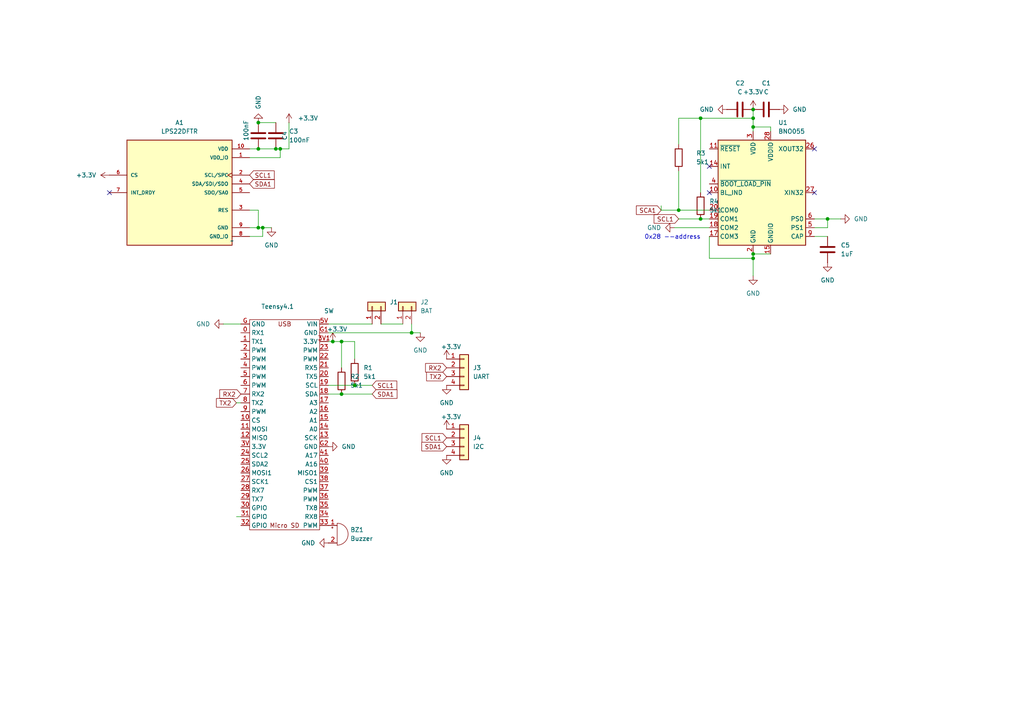
<source format=kicad_sch>
(kicad_sch (version 20250114) (generator "eeschema") (generator_version "9.0")
  (paper "A4")
  (lib_symbols
    (symbol "Connector_Generic:Conn_01x02" (pin_names (offset 1.016) (hide yes))
      (property "Reference" "J" (at 0 2.54 0))
      (property "Value" "Conn_01x02" (at 0 -5.08 0))
      (symbol "Conn_01x02_1_1"
        (rectangle (start -1.27 1.27) (end 1.27 -3.81) (stroke (width 0.254)) (fill (type background)))
        (rectangle (start -1.27 0.127) (end 0 -0.127) (stroke (width 0.1524)))
        (rectangle (start -1.27 -2.413) (end 0 -2.667) (stroke (width 0.1524)))
        (pin passive line (at -5.08 0 0) (length 3.81) (name "Pin_1") (number "1"))
        (pin passive line (at -5.08 -2.54 0) (length 3.81) (name "Pin_2") (number "2"))
      )
    )
    (symbol "Connector_Generic:Conn_01x04" (pin_names (offset 1.016) (hide yes))
      (property "Reference" "J" (at 0 5.08 0))
      (property "Value" "Conn_01x04" (at 0 -7.62 0))
      (symbol "Conn_01x04_1_1"
        (rectangle (start -1.27 3.81) (end 1.27 -6.35) (stroke (width 0.254)) (fill (type background)))
        (rectangle (start -1.27 2.667) (end 0 2.413) (stroke (width 0.1524)))
        (rectangle (start -1.27 0.127) (end 0 -0.127) (stroke (width 0.1524)))
        (rectangle (start -1.27 -2.413) (end 0 -2.667) (stroke (width 0.1524)))
        (rectangle (start -1.27 -4.953) (end 0 -5.207) (stroke (width 0.1524)))
        (pin passive line (at -5.08 2.54 0) (length 3.81) (name "Pin_1") (number "1"))
        (pin passive line (at -5.08 0 0) (length 3.81) (name "Pin_2") (number "2"))
        (pin passive line (at -5.08 -2.54 0) (length 3.81) (name "Pin_3") (number "3"))
        (pin passive line (at -5.08 -5.08 0) (length 3.81) (name "Pin_4") (number "4"))
      )
    )
    (symbol "Device:Buzzer" (pin_names (offset 0.0254) (hide yes))
      (property "Reference" "BZ" (at 3.81 1.27 0))
      (property "Value" "Buzzer" (at 3.81 -1.27 0))
      (symbol "Buzzer_0_1"
        (polyline (pts (xy -1.651 1.905) (xy -1.143 1.905)))
        (polyline (pts (xy -1.397 2.159) (xy -1.397 1.651)))
        (arc (start 0 3.175) (mid 3.1612 0) (end 0 -3.175))
        (polyline (pts (xy 0 3.175) (xy 0 -3.175)))
      )
      (symbol "Buzzer_1_1"
        (pin passive line (at -2.54 2.54 0) (length 2.54) (name "+") (number "1"))
        (pin passive line (at -2.54 -2.54 0) (length 2.54) (name "-") (number "2"))
      )
    )
    (symbol "Device:C" (pin_numbers (hide yes)) (pin_names (offset 0.254))
      (property "Reference" "C" (at 0.635 2.54 0))
      (property "Value" "C" (at 0.635 -2.54 0))
      (symbol "C_0_1"
        (polyline (pts (xy -2.032 0.762) (xy 2.032 0.762)) (stroke (width 0.508)))
        (polyline (pts (xy -2.032 -0.762) (xy 2.032 -0.762)) (stroke (width 0.508)))
      )
      (symbol "C_1_1"
        (pin passive line (at 0 3.81 270) (length 2.794) (name "~") (number "1"))
        (pin passive line (at 0 -3.81 90) (length 2.794) (name "~") (number "2"))
      )
    )
    (symbol "Device:R" (pin_numbers (hide yes)) (pin_names (offset 0))
      (property "Reference" "R" (at 2.032 0 90))
      (property "Value" "R" (at 0 0 90))
      (symbol "R_0_1"
        (rectangle (start -1.016 -2.54) (end 1.016 2.54) (stroke (width 0.254)))
      )
      (symbol "R_1_1"
        (pin passive line (at 0 3.81 270) (length 1.27) (name "~") (number "1"))
        (pin passive line (at 0 -3.81 90) (length 1.27) (name "~") (number "2"))
      )
    )
    (symbol "LPS22DFTR:LPS22DFTR" (pin_names (offset 1.016))
      (property "Reference" "A" (at -15.24 15.875 0))
      (property "Value" "LPS22DFTR" (at -15.24 -17.78 0))
      (symbol "LPS22DFTR_0_0"
        (rectangle (start -15.24 -15.24) (end 15.24 15.24) (stroke (width 0.254)) (fill (type background)))
        (pin input line (at -20.32 5.08 0) (length 5.08) (name "CS") (number "6"))
        (pin passive line (at -20.32 0 0) (length 5.08) (name "INT_DRDY") (number "7"))
        (pin power_in line (at 20.32 12.7 180) (length 5.08) (name "VDD") (number "10"))
        (pin power_in line (at 20.32 10.16 180) (length 5.08) (name "VDD_IO") (number "1"))
        (pin passive clock (at 20.32 5.08 180) (length 5.08) (name "SCL/SPC") (number "2"))
        (pin bidirectional line (at 20.32 2.54 180) (length 5.08) (name "SDA/SDI/SDO") (number "4"))
        (pin bidirectional line (at 20.32 0 180) (length 5.08) (name "SDO/SA0") (number "5"))
        (pin passive line (at 20.32 -5.08 180) (length 5.08) (name "RES") (number "3"))
        (pin power_in line (at 20.32 -10.16 180) (length 5.08) (name "GND") (number "9"))
        (pin power_in line (at 20.32 -12.7 180) (length 5.08) (name "GND_IO") (number "8"))
      )
    )
    (symbol "Sensor_Motion:BNO055"
      (property "Reference" "U" (at -11.43 16.51 0))
      (property "Value" "BNO055" (at 12.7 16.51 0))
      (symbol "BNO055_0_1"
        (rectangle (start -12.7 15.24) (end 12.7 -15.24) (stroke (width 0.254)) (fill (type background)))
      )
      (symbol "BNO055_1_1"
        (pin input line (at -15.24 12.7 0) (length 2.54) (name "~{RESET}") (number "11"))
        (pin output line (at -15.24 7.62 0) (length 2.54) (name "INT") (number "14"))
        (pin input line (at -15.24 2.54 0) (length 2.54) (name "~{BOOT_LOAD_PIN}") (number "4"))
        (pin output line (at -15.24 0 0) (length 2.54) (name "BL_IND") (number "10"))
        (pin bidirectional line (at -15.24 -5.08 0) (length 2.54) (name "COM0") (number "20"))
        (pin bidirectional line (at -15.24 -7.62 0) (length 2.54) (name "COM1") (number "19"))
        (pin passive line (at -15.24 -10.16 0) (length 2.54) (name "COM2") (number "18"))
        (pin input line (at -15.24 -12.7 0) (length 2.54) (name "COM3") (number "17"))
        (pin no_connect line (at -12.7 10.16 0) (length 2.54) (hide yes) (name "PIN1") (number "1"))
        (pin no_connect line (at -12.7 5.08 0) (length 2.54) (hide yes) (name "PIN7") (number "7"))
        (pin no_connect line (at -12.7 -2.54 0) (length 2.54) (hide yes) (name "PIN8") (number "8"))
        (pin power_in line (at -2.54 17.78 270) (length 2.54) (name "VDD") (number "3"))
        (pin power_in line (at -2.54 -17.78 90) (length 2.54) (name "GND") (number "2"))
        (pin power_in line (at 2.54 17.78 270) (length 2.54) (name "VDDIO") (number "28"))
        (pin power_in line (at 2.54 -17.78 90) (length 2.54) (name "GNDIO") (number "15"))
        (pin passive line (at 2.54 -17.78 90) (length 2.54) (hide yes) (name "GNDIO") (number "16"))
        (pin passive line (at 2.54 -17.78 90) (length 2.54) (hide yes) (name "GNDIO") (number "25"))
        (pin no_connect line (at 12.7 10.16 180) (length 2.54) (hide yes) (name "PIN12") (number "12"))
        (pin no_connect line (at 12.7 7.62 180) (length 2.54) (hide yes) (name "PIN13") (number "13"))
        (pin no_connect line (at 12.7 5.08 180) (length 2.54) (hide yes) (name "PIN21") (number "21"))
        (pin no_connect line (at 12.7 2.54 180) (length 2.54) (hide yes) (name "PIN22") (number "22"))
        (pin no_connect line (at 12.7 -2.54 180) (length 2.54) (hide yes) (name "PIN23") (number "23"))
        (pin no_connect line (at 12.7 -5.08 180) (length 2.54) (hide yes) (name "PIN24") (number "24"))
        (pin output line (at 15.24 12.7 180) (length 2.54) (name "XOUT32") (number "26"))
        (pin input line (at 15.24 0 180) (length 2.54) (name "XIN32") (number "27"))
        (pin input line (at 15.24 -7.62 180) (length 2.54) (name "PS0") (number "6"))
        (pin input line (at 15.24 -10.16 180) (length 2.54) (name "PS1") (number "5"))
        (pin passive line (at 15.24 -12.7 180) (length 2.54) (name "CAP") (number "9"))
      )
    )
    (symbol "power:+3.3V" (power) (pin_numbers (hide yes)) (pin_names (offset 0) (hide yes))
      (property "Value" "+3.3V" (at 0 3.556 0))
      (symbol "+3.3V_0_1"
        (polyline (pts (xy -0.762 1.27) (xy 0 2.54)))
        (polyline (pts (xy 0 2.54) (xy 0.762 1.27)))
        (polyline (pts (xy 0 0) (xy 0 2.54)))
      )
      (symbol "+3.3V_1_1"
        (pin power_in line (at 0 0 90) (length 0) (name "~") (number "1"))
      )
    )
    (symbol "power:GND" (power) (pin_numbers (hide yes)) (pin_names (offset 0) (hide yes))
      (property "Value" "GND" (at 0 -3.81 0))
      (symbol "GND_0_1"
        (polyline (pts (xy 0 0) (xy 0 -1.27) (xy 1.27 -1.27) (xy 0 -2.54) (xy -1.27 -1.27) (xy 0 -1.27)))
      )
      (symbol "GND_1_1"
        (pin power_in line (at 0 0 270) (length 0) (name "~") (number "1"))
      )
    )
    (symbol "teensy:Teensy4.1"
      (property "Reference" "Teensy4.1" (at 0 0 90))
      (symbol "Teensy4.1_0_1"
        (rectangle (start -10.16 30.48) (end 10.16 -30.48))
      )
      (symbol "Teensy4.1_1_1"
        (text "USB" (at 0 29.21 0) (effects (font (size 1.27 1.27))))
        (text "Micro SD" (at 0 -29.21 0) (effects (font (size 1.27 1.27))))
        (pin input line (at -12.7 29.21 0) (length 2.54) (name "GND") (number "G"))
        (pin input line (at -12.7 26.67 0) (length 2.54) (name "RX1") (number "0"))
        (pin input line (at -12.7 24.13 0) (length 2.54) (name "TX1") (number "1"))
        (pin input line (at -12.7 21.59 0) (length 2.54) (name "PWM") (number "2"))
        (pin input line (at -12.7 19.05 0) (length 2.54) (name "PWM") (number "3"))
        (pin input line (at -12.7 16.51 0) (length 2.54) (name "PWM") (number "4"))
        (pin input line (at -12.7 13.97 0) (length 2.54) (name "PWM") (number "5"))
        (pin input line (at -12.7 11.43 0) (length 2.54) (name "PWM") (number "6"))
        (pin input line (at -12.7 8.89 0) (length 2.54) (name "RX2") (number "7"))
        (pin input line (at -12.7 6.35 0) (length 2.54) (name "TX2") (number "8"))
        (pin input line (at -12.7 3.81 0) (length 2.54) (name "PWM") (number "9"))
        (pin input line (at -12.7 1.27 0) (length 2.54) (name "CS") (number "10"))
        (pin input line (at -12.7 -1.27 0) (length 2.54) (name "MOSI") (number "11"))
        (pin input line (at -12.7 -3.81 0) (length 2.54) (name "MISO") (number "12"))
        (pin input line (at -12.7 -6.35 0) (length 2.54) (name "3.3V") (number "3V"))
        (pin input line (at -12.7 -8.89 0) (length 2.54) (name "SCL2") (number "24"))
        (pin input line (at -12.7 -11.43 0) (length 2.54) (name "SDA2") (number "25"))
        (pin input line (at -12.7 -13.97 0) (length 2.54) (name "MOSI1") (number "26"))
        (pin input line (at -12.7 -16.51 0) (length 2.54) (name "SCK1") (number "27"))
        (pin input line (at -12.7 -19.05 0) (length 2.54) (name "RX7") (number "28"))
        (pin input line (at -12.7 -21.59 0) (length 2.54) (name "TX7") (number "29"))
        (pin input line (at -12.7 -24.13 0) (length 2.54) (name "GPIO") (number "30"))
        (pin input line (at -12.7 -26.67 0) (length 2.54) (name "GPIO") (number "31"))
        (pin input line (at -12.7 -29.21 0) (length 2.54) (name "GPIO") (number "32"))
        (pin input line (at 12.7 29.21 180) (length 2.54) (name "VIN") (number "5V"))
        (pin input line (at 12.7 26.67 180) (length 2.54) (name "GND") (number "G1"))
        (pin input line (at 12.7 24.13 180) (length 2.54) (name "3.3V") (number "3V1"))
        (pin input line (at 12.7 21.59 180) (length 2.54) (name "PWM") (number "23"))
        (pin input line (at 12.7 19.05 180) (length 2.54) (name "PWM") (number "22"))
        (pin input line (at 12.7 16.51 180) (length 2.54) (name "RX5") (number "21"))
        (pin input line (at 12.7 13.97 180) (length 2.54) (name "TX5") (number "20"))
        (pin input line (at 12.7 11.43 180) (length 2.54) (name "SCL") (number "19"))
        (pin input line (at 12.7 8.89 180) (length 2.54) (name "SDA") (number "18"))
        (pin input line (at 12.7 6.35 180) (length 2.54) (name "A3") (number "17"))
        (pin input line (at 12.7 3.81 180) (length 2.54) (name "A2") (number "16"))
        (pin input line (at 12.7 1.27 180) (length 2.54) (name "A1") (number "15"))
        (pin input line (at 12.7 -1.27 180) (length 2.54) (name "A0") (number "14"))
        (pin input line (at 12.7 -3.81 180) (length 2.54) (name "SCK") (number "13"))
        (pin input line (at 12.7 -6.35 180) (length 2.54) (name "GND") (number "G2"))
        (pin input line (at 12.7 -8.89 180) (length 2.54) (name "A17") (number "41"))
        (pin input line (at 12.7 -11.43 180) (length 2.54) (name "A16") (number "40"))
        (pin input line (at 12.7 -13.97 180) (length 2.54) (name "MISO1") (number "39"))
        (pin input line (at 12.7 -16.51 180) (length 2.54) (name "CS1") (number "38"))
        (pin input line (at 12.7 -19.05 180) (length 2.54) (name "PWM") (number "37"))
        (pin input line (at 12.7 -21.59 180) (length 2.54) (name "PWM") (number "36"))
        (pin input line (at 12.7 -24.13 180) (length 2.54) (name "TX8") (number "35"))
        (pin input line (at 12.7 -26.67 180) (length 2.54) (name "RX8") (number "34"))
        (pin input line (at 12.7 -29.21 180) (length 2.54) (name "PWM") (number "33"))
      )
    )
  )
  (text "0x28 --address\n" (at 195.072 68.834 0) (effects (font (size 1.27 1.27))))
  (junction (at 218.44 34.29))
  (junction (at 80.01 43.18))
  (junction (at 99.06 99.06))
  (junction (at 218.44 73.66))
  (junction (at 203.2 34.29))
  (junction (at 74.93 43.18))
  (junction (at 96.52 99.06))
  (junction (at 102.87 111.76))
  (junction (at 74.93 35.56))
  (junction (at 99.06 114.3))
  (junction (at 218.44 36.83))
  (junction (at 240.03 63.5))
  (junction (at 218.44 31.75))
  (junction (at 76.2 66.04))
  (junction (at 203.2 63.5))
  (junction (at 119.38 96.52))
  (junction (at 218.44 74.93))
  (junction (at 196.85 60.96))
  (junction (at 74.93 66.04))
  (junction (at 81.28 43.18))
  (no_connect (at 236.22 43.18))
  (no_connect (at 205.74 55.88))
  (no_connect (at 205.74 48.26))
  (no_connect (at 236.22 55.88))
  (no_connect (at 31.75 55.88))
  (wire (pts (xy 107.95 114.3) (xy 99.06 114.3)))
  (wire (pts (xy 218.44 36.83) (xy 218.44 38.1)))
  (wire (pts (xy 196.85 34.29) (xy 203.2 34.29)))
  (wire (pts (xy 218.44 73.66) (xy 223.52 73.66)))
  (wire (pts (xy 74.93 60.96) (xy 74.93 66.04)))
  (wire (pts (xy 196.85 49.53) (xy 196.85 60.96)))
  (wire (pts (xy 119.38 96.52) (xy 121.92 96.52)))
  (wire (pts (xy 99.06 106.68) (xy 99.06 99.06)))
  (wire (pts (xy 218.44 80.01) (xy 218.44 74.93)))
  (wire (pts (xy 102.87 111.76) (xy 95.25 111.76)))
  (wire (pts (xy 236.22 68.58) (xy 240.03 68.58)))
  (wire (pts (xy 76.2 68.58) (xy 76.2 66.04)))
  (wire (pts (xy 107.95 111.76) (xy 102.87 111.76)))
  (wire (pts (xy 218.44 34.29) (xy 218.44 36.83)))
  (wire (pts (xy 223.52 36.83) (xy 218.44 36.83)))
  (wire (pts (xy 74.93 43.18) (xy 80.01 43.18)))
  (wire (pts (xy 81.28 45.72) (xy 81.28 43.18)))
  (wire (pts (xy 83.82 43.18) (xy 83.82 35.56)))
  (wire (pts (xy 80.01 43.18) (xy 81.28 43.18)))
  (wire (pts (xy 203.2 34.29) (xy 203.2 55.88)))
  (wire (pts (xy 218.44 31.75) (xy 218.44 34.29)))
  (wire (pts (xy 203.2 34.29) (xy 218.44 34.29)))
  (wire (pts (xy 95.25 96.52) (xy 119.38 96.52)))
  (wire (pts (xy 223.52 38.1) (xy 223.52 36.83)))
  (wire (pts (xy 72.39 45.72) (xy 81.28 45.72)))
  (wire (pts (xy 72.39 43.18) (xy 74.93 43.18)))
  (wire (pts (xy 196.85 63.5) (xy 203.2 63.5)))
  (wire (pts (xy 203.2 63.5) (xy 205.74 63.5)))
  (wire (pts (xy 95.25 93.98) (xy 107.95 93.98)))
  (wire (pts (xy 102.87 104.14) (xy 102.87 99.06)))
  (wire (pts (xy 205.74 68.58) (xy 205.74 74.93)))
  (wire (pts (xy 76.2 66.04) (xy 78.74 66.04)))
  (wire (pts (xy 99.06 114.3) (xy 95.25 114.3)))
  (wire (pts (xy 196.85 60.96) (xy 205.74 60.96)))
  (wire (pts (xy 99.06 99.06) (xy 96.52 99.06)))
  (wire (pts (xy 240.03 66.04) (xy 240.03 63.5)))
  (wire (pts (xy 72.39 66.04) (xy 74.93 66.04)))
  (wire (pts (xy 236.22 66.04) (xy 240.03 66.04)))
  (wire (pts (xy 96.52 99.06) (xy 95.25 99.06)))
  (wire (pts (xy 102.87 99.06) (xy 99.06 99.06)))
  (wire (pts (xy 205.74 74.93) (xy 218.44 74.93)))
  (wire (pts (xy 218.44 74.93) (xy 218.44 73.66)))
  (wire (pts (xy 119.38 93.98) (xy 119.38 96.52)))
  (wire (pts (xy 80.01 35.56) (xy 74.93 35.56)))
  (wire (pts (xy 195.58 66.04) (xy 205.74 66.04)))
  (wire (pts (xy 69.85 149.86) (xy 68.58 149.86)))
  (wire (pts (xy 196.85 34.29) (xy 196.85 41.91)))
  (wire (pts (xy 110.49 93.98) (xy 116.84 93.98)))
  (wire (pts (xy 191.77 60.96) (xy 196.85 60.96)))
  (wire (pts (xy 74.93 66.04) (xy 76.2 66.04)))
  (wire (pts (xy 64.77 93.98) (xy 69.85 93.98)))
  (wire (pts (xy 240.03 63.5) (xy 243.84 63.5)))
  (wire (pts (xy 72.39 60.96) (xy 74.93 60.96)))
  (wire (pts (xy 191.77 59.69) (xy 191.77 60.96)))
  (wire (pts (xy 72.39 68.58) (xy 76.2 68.58)))
  (wire (pts (xy 81.28 43.18) (xy 83.82 43.18)))
  (wire (pts (xy 68.58 116.84) (xy 69.85 116.84)))
  (wire (pts (xy 236.22 63.5) (xy 240.03 63.5)))
  (global_label "SCL1" (shape input) (at 196.85 63.5 180) (property "Intersheetrefs" "${INTERSHEET_REFS}" (effects (hide yes))))
  (global_label "TX2" (shape input) (at 68.58 116.84 180) (property "Intersheetrefs" "${INTERSHEET_REFS}" (effects (hide yes))))
  (global_label "SCL1" (shape input) (at 107.95 111.76 0) (property "Intersheetrefs" "${INTERSHEET_REFS}" (effects (hide yes))))
  (global_label "SCA1" (shape input) (at 191.77 60.96 180) (property "Intersheetrefs" "${INTERSHEET_REFS}" (effects (hide yes))))
  (global_label "RX2" (shape input) (at 69.85 114.3 180) (property "Intersheetrefs" "${INTERSHEET_REFS}" (effects (hide yes))))
  (global_label "SCL1" (shape input) (at 72.39 50.8 0) (property "Intersheetrefs" "${INTERSHEET_REFS}" (effects (hide yes))))
  (global_label "RX2" (shape input) (at 129.54 106.68 180) (property "Intersheetrefs" "${INTERSHEET_REFS}" (effects (hide yes))))
  (global_label "SCL1" (shape input) (at 129.54 127 180) (property "Intersheetrefs" "${INTERSHEET_REFS}" (effects (hide yes))))
  (global_label "SDA1" (shape input) (at 72.39 53.34 0) (property "Intersheetrefs" "${INTERSHEET_REFS}" (effects (hide yes))))
  (global_label "SDA1" (shape input) (at 107.95 114.3 0) (property "Intersheetrefs" "${INTERSHEET_REFS}" (effects (hide yes))))
  (global_label "TX2" (shape input) (at 129.54 109.22 180) (property "Intersheetrefs" "${INTERSHEET_REFS}" (effects (hide yes))))
  (global_label "SDA1" (shape input) (at 129.54 129.54 180) (property "Intersheetrefs" "${INTERSHEET_REFS}" (effects (hide yes))))
  (symbol (lib_id "LPS22DFTR:LPS22DFTR") (at 52.07 55.88 0) (unit 1)
    (property "Reference" "A1" (at 52.07 35.56 0))
    (property "Value" "LPS22DFTR" (at 52.07 38.1 0))
    (property "Footprint" "LPS22DFTR:XDCR_LPS22DFTR" (effects (hide yes)))
    (property "MAXIMUM_PACKAGE_HEIGHT" "0.8mm" (effects (hide yes)))
    (property "CREATOR" "NEZY" (effects (hide yes)))
    (property "STANDARD" "Manufacturer recommendations" (effects (hide yes)))
    (property "PARTREV" "3" (effects (hide yes)))
    (property "MANUFACTURER" "STMicroelectronics" (effects (hide yes)))
  )
  (symbol (lib_id "power:GND") (at 129.54 111.76 0) (unit 1)
    (property "Reference" "#PWR04" (effects (hide yes)))
    (property "Value" "GND" (at 129.54 116.84 0))
    (property "Description" "Power symbol creates a global label with name \"GND\" , ground" (effects (hide yes)))
  )
  (symbol (lib_id "power:+3.3V") (at 83.82 35.56 0) (unit 1)
    (property "Reference" "#PWR09" (effects (hide yes)))
    (property "Value" "+3.3V" (at 86.36 34.2899 0) (effects (justify left)))
    (property "Description" "Power symbol creates a global label with name \"+3.3V\"" (effects (hide yes)))
  )
  (symbol (lib_id "power:GND") (at 210.82 31.75 270) (unit 1)
    (property "Reference" "#PWR07" (effects (hide yes)))
    (property "Value" "GND" (at 207.01 31.7499 90) (effects (justify right)))
    (property "Description" "Power symbol creates a global label with name \"GND\" , ground" (effects (hide yes)))
  )
  (symbol (lib_id "Device:R") (at 102.87 107.95 0) (unit 1)
    (property "Reference" "R1" (at 105.41 106.6799 0) (effects (justify left)))
    (property "Value" "5k1" (at 105.41 109.2199 0) (effects (justify left)))
    (property "Description" "Resistor" (effects (hide yes)))
  )
  (symbol (lib_id "Device:C") (at 80.01 39.37 0) (unit 1)
    (property "Reference" "C3" (at 83.82 38.0999 0) (effects (justify left)))
    (property "Value" "100nF" (at 83.82 40.6399 0) (effects (justify left)))
    (property "Description" "Unpolarized capacitor" (effects (hide yes)))
  )
  (symbol (lib_id "Device:R") (at 203.2 59.69 0) (unit 1)
    (property "Reference" "R4" (at 205.74 58.4199 0) (effects (justify left)))
    (property "Value" "5k1" (at 205.74 60.9599 0) (effects (justify left)))
    (property "Description" "Resistor" (effects (hide yes)))
  )
  (symbol (lib_id "Connector_Generic:Conn_01x02") (at 116.84 88.9 90) (unit 1)
    (property "Reference" "J2" (at 121.92 87.6299 90) (effects (justify right)))
    (property "Value" "BAT" (at 121.92 90.1699 90) (effects (justify right)))
    (property "Description" "Generic connector, single row, 01x02, script generated (kicad-library-utils/schlib/autogen/connector/)" (effects (hide yes)))
  )
  (symbol (lib_id "power:GND") (at 195.58 66.04 270) (unit 1)
    (property "Reference" "#PWR010" (effects (hide yes)))
    (property "Value" "GND" (at 191.77 66.0399 90) (effects (justify right)))
    (property "Description" "Power symbol creates a global label with name \"GND\" , ground" (effects (hide yes)))
  )
  (symbol (lib_id "Connector_Generic:Conn_01x04") (at 134.62 106.68 0) (unit 1)
    (property "Reference" "J3" (at 137.16 106.6799 0) (effects (justify left)))
    (property "Value" "UART" (at 137.16 109.2199 0) (effects (justify left)))
    (property "Description" "Generic connector, single row, 01x04, script generated (kicad-library-utils/schlib/autogen/connector/)" (effects (hide yes)))
  )
  (symbol (lib_id "power:GND") (at 64.77 93.98 270) (unit 1)
    (property "Reference" "#PWR015" (effects (hide yes)))
    (property "Value" "GND" (at 60.96 93.9799 90) (effects (justify right)))
    (property "Description" "Power symbol creates a global label with name \"GND\" , ground" (effects (hide yes)))
  )
  (symbol (lib_id "power:+3.3V") (at 31.75 50.8 90) (unit 1)
    (property "Reference" "#PWR013" (effects (hide yes)))
    (property "Value" "+3.3V" (at 27.94 50.7999 90) (effects (justify left)))
    (property "Description" "Power symbol creates a global label with name \"+3.3V\"" (effects (hide yes)))
  )
  (symbol (lib_id "teensy:Teensy4.1") (at 82.55 123.19 0) (unit 1)
    (property "Reference" "Teensy4.1" (at 80.518 88.9 0))
    (property "Value" "~" (at 67.31 69.85 0))
  )
  (symbol (lib_id "power:GND") (at 95.25 157.48 270) (unit 1)
    (property "Reference" "#PWR020" (effects (hide yes)))
    (property "Value" "GND" (at 91.44 157.4799 90) (effects (justify right)))
    (property "Description" "Power symbol creates a global label with name \"GND\" , ground" (effects (hide yes)))
  )
  (symbol (lib_id "power:GND") (at 95.25 129.54 90) (unit 1)
    (property "Reference" "#PWR014" (effects (hide yes)))
    (property "Value" "GND" (at 99.06 129.5399 90) (effects (justify right)))
    (property "Description" "Power symbol creates a global label with name \"GND\" , ground" (effects (hide yes)))
  )
  (symbol (lib_id "power:GND") (at 78.74 66.04 0) (unit 1)
    (property "Reference" "#PWR03" (effects (hide yes)))
    (property "Value" "GND" (at 78.74 71.12 0))
    (property "Description" "Power symbol creates a global label with name \"GND\" , ground" (effects (hide yes)))
  )
  (symbol (lib_id "power:GND") (at 218.44 80.01 0) (unit 1)
    (property "Reference" "#PWR02" (effects (hide yes)))
    (property "Value" "GND" (at 218.44 85.09 0))
    (property "Description" "Power symbol creates a global label with name \"GND\" , ground" (effects (hide yes)))
  )
  (symbol (lib_id "power:GND") (at 74.93 35.56 180) (unit 1)
    (property "Reference" "#PWR08" (effects (hide yes)))
    (property "Value" "GND" (at 74.9301 31.75 90) (effects (justify right)))
    (property "Description" "Power symbol creates a global label with name \"GND\" , ground" (effects (hide yes)))
  )
  (symbol (lib_id "Device:C") (at 214.63 31.75 90) (unit 1)
    (property "Reference" "C2" (at 214.63 24.13 90))
    (property "Value" "C" (at 214.63 26.67 90))
    (property "Description" "Unpolarized capacitor" (effects (hide yes)))
  )
  (symbol (lib_id "power:GND") (at 129.54 132.08 0) (unit 1)
    (property "Reference" "#PWR018" (effects (hide yes)))
    (property "Value" "GND" (at 129.54 137.16 0))
    (property "Description" "Power symbol creates a global label with name \"GND\" , ground" (effects (hide yes)))
  )
  (symbol (lib_id "power:GND") (at 121.92 96.52 0) (unit 1)
    (property "Reference" "#PWR016" (effects (hide yes)))
    (property "Value" "GND" (at 121.92 101.6 0))
    (property "Description" "Power symbol creates a global label with name \"GND\" , ground" (effects (hide yes)))
  )
  (symbol (lib_id "power:+3.3V") (at 96.52 99.06 0) (unit 1)
    (property "Reference" "#PWR01" (effects (hide yes)))
    (property "Value" "+3.3V" (at 97.79 95.504 0))
    (property "Description" "Power symbol creates a global label with name \"+3.3V\"" (effects (hide yes)))
  )
  (symbol (lib_id "Connector_Generic:Conn_01x04") (at 134.62 127 0) (unit 1)
    (property "Reference" "J4" (at 137.16 126.9999 0) (effects (justify left)))
    (property "Value" "I2C" (at 137.16 129.5399 0) (effects (justify left)))
    (property "Description" "Generic connector, single row, 01x04, script generated (kicad-library-utils/schlib/autogen/connector/)" (effects (hide yes)))
  )
  (symbol (lib_id "Sensor_Motion:BNO055") (at 220.98 55.88 0) (unit 1)
    (property "Reference" "U1" (at 225.7141 35.56 0) (effects (justify left)))
    (property "Value" "BNO055" (at 225.7141 38.1 0) (effects (justify left)))
    (property "Footprint" "Package_LGA:LGA-28_5.2x3.8mm_P0.5mm" (effects (hide yes)))
    (property "Datasheet" "https://www.bosch-sensortec.com/media/boschsensortec/downloads/datasheets/bst-bno055-ds000.pdf" (effects (hide yes)))
    (property "Description" "Intelligent 9-axis absolute orientation sensor, LGA-28" (effects (hide yes)))
  )
  (symbol (lib_id "Device:C") (at 222.25 31.75 90) (unit 1)
    (property "Reference" "C1" (at 222.25 24.13 90))
    (property "Value" "C" (at 222.25 26.67 90))
    (property "Description" "Unpolarized capacitor" (effects (hide yes)))
  )
  (symbol (lib_id "Device:R") (at 196.85 45.72 0) (unit 1)
    (property "Reference" "R3" (at 201.93 44.4499 0) (effects (justify left)))
    (property "Value" "5k1" (at 201.93 46.9899 0) (effects (justify left)))
    (property "Description" "Resistor" (effects (hide yes)))
  )
  (symbol (lib_id "power:+3.3V") (at 218.44 31.75 0) (unit 1)
    (property "Reference" "#PWR05" (effects (hide yes)))
    (property "Value" "+3.3V" (at 218.44 26.67 0))
    (property "Description" "Power symbol creates a global label with name \"+3.3V\"" (effects (hide yes)))
  )
  (symbol (lib_id "Device:C") (at 240.03 72.39 180) (unit 1)
    (property "Reference" "C5" (at 243.84 71.1199 0) (effects (justify right)))
    (property "Value" "1uF" (at 243.84 73.6599 0) (effects (justify right)))
    (property "Description" "Unpolarized capacitor" (effects (hide yes)))
  )
  (symbol (lib_id "Device:Buzzer") (at 97.79 154.94 0) (unit 1)
    (property "Reference" "BZ1" (at 101.6 153.6699 0) (effects (justify left)))
    (property "Value" "Buzzer" (at 101.6 156.2099 0) (effects (justify left)))
    (property "Description" "Buzzer, polarized" (effects (hide yes)))
  )
  (symbol (lib_id "power:GND") (at 240.03 76.2 0) (unit 1)
    (property "Reference" "#PWR011" (effects (hide yes)))
    (property "Value" "GND" (at 240.03 81.28 0))
    (property "Description" "Power symbol creates a global label with name \"GND\" , ground" (effects (hide yes)))
  )
  (symbol (lib_id "power:GND") (at 243.84 63.5 90) (unit 1)
    (property "Reference" "#PWR012" (effects (hide yes)))
    (property "Value" "GND" (at 247.65 63.4999 90) (effects (justify right)))
    (property "Description" "Power symbol creates a global label with name \"GND\" , ground" (effects (hide yes)))
  )
  (symbol (lib_id "power:GND") (at 226.06 31.75 90) (unit 1)
    (property "Reference" "#PWR06" (effects (hide yes)))
    (property "Value" "GND" (at 229.87 31.7499 90) (effects (justify right)))
    (property "Description" "Power symbol creates a global label with name \"GND\" , ground" (effects (hide yes)))
  )
  (symbol (lib_id "Connector_Generic:Conn_01x02") (at 107.95 88.9 90) (unit 1)
    (property "Reference" "J1" (at 113.03 87.6299 90) (effects (justify right)))
    (property "Value" "SW" (at 93.98 90.1699 90) (effects (justify right)))
    (property "Description" "Generic connector, single row, 01x02, script generated (kicad-library-utils/schlib/autogen/connector/)" (effects (hide yes)))
  )
  (symbol (lib_id "power:+3.3V") (at 129.54 104.14 0) (unit 1)
    (property "Reference" "#PWR017" (effects (hide yes)))
    (property "Value" "+3.3V" (at 130.81 100.584 0))
    (property "Description" "Power symbol creates a global label with name \"+3.3V\"" (effects (hide yes)))
  )
  (symbol (lib_id "Device:C") (at 74.93 39.37 0) (unit 1)
    (property "Reference" "C4" (at 82.55 39.37 90))
    (property "Value" "100nF" (at 71.374 37.846 90))
    (property "Description" "Unpolarized capacitor" (effects (hide yes)))
  )
  (symbol (lib_id "power:+3.3V") (at 129.54 124.46 0) (unit 1)
    (property "Reference" "#PWR019" (effects (hide yes)))
    (property "Value" "+3.3V" (at 130.81 120.904 0))
    (property "Description" "Power symbol creates a global label with name \"+3.3V\"" (effects (hide yes)))
  )
  (symbol (lib_id "Device:R") (at 99.06 110.49 0) (unit 1)
    (property "Reference" "R2" (at 101.6 109.2199 0) (effects (justify left)))
    (property "Value" "5k1" (at 101.6 111.7599 0) (effects (justify left)))
    (property "Description" "Resistor" (effects (hide yes)))
  )
)
</source>
